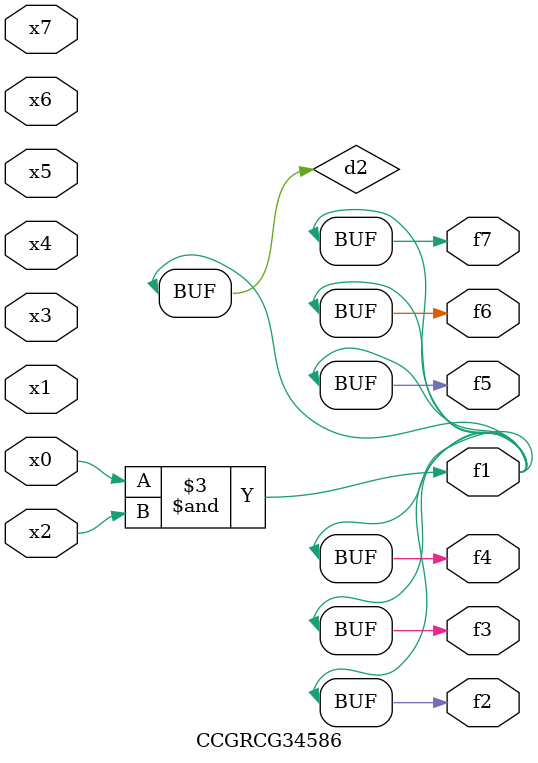
<source format=v>
module CCGRCG34586(
	input x0, x1, x2, x3, x4, x5, x6, x7,
	output f1, f2, f3, f4, f5, f6, f7
);

	wire d1, d2;

	nor (d1, x3, x6);
	and (d2, x0, x2);
	assign f1 = d2;
	assign f2 = d2;
	assign f3 = d2;
	assign f4 = d2;
	assign f5 = d2;
	assign f6 = d2;
	assign f7 = d2;
endmodule

</source>
